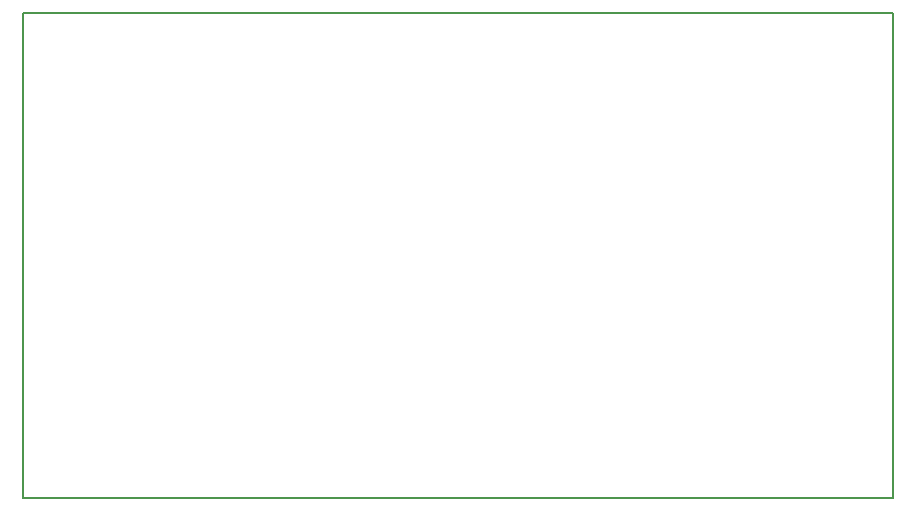
<source format=gbr>
%TF.GenerationSoftware,KiCad,Pcbnew,6.0.2+dfsg-1*%
%TF.CreationDate,2023-01-16T16:06:15-05:00*%
%TF.ProjectId,valve_breakout_small9,76616c76-655f-4627-9265-616b6f75745f,rev?*%
%TF.SameCoordinates,Original*%
%TF.FileFunction,Profile,NP*%
%FSLAX46Y46*%
G04 Gerber Fmt 4.6, Leading zero omitted, Abs format (unit mm)*
G04 Created by KiCad (PCBNEW 6.0.2+dfsg-1) date 2023-01-16 16:06:15*
%MOMM*%
%LPD*%
G01*
G04 APERTURE LIST*
%TA.AperFunction,Profile*%
%ADD10C,0.200000*%
%TD*%
G04 APERTURE END LIST*
D10*
X86360000Y-115000000D02*
X86360000Y-74000000D01*
X160020000Y-115000000D02*
X86360000Y-115000000D01*
X86360000Y-74000000D02*
X160020000Y-74000000D01*
X160020000Y-74000000D02*
X160020000Y-115000000D01*
M02*

</source>
